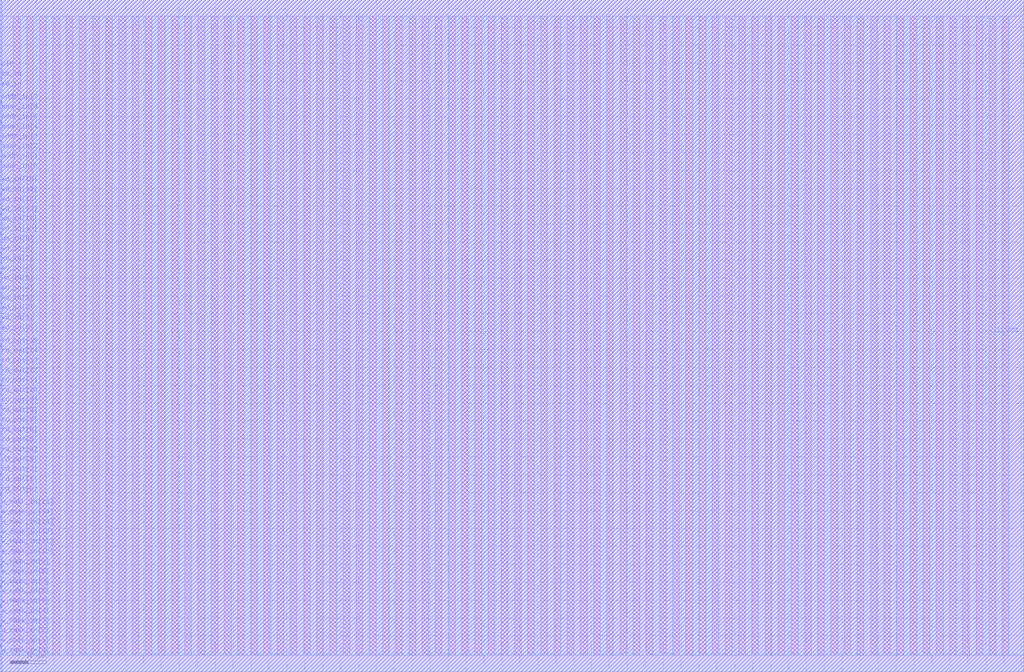
<source format=lef>
VERSION 5.7 ;
BUSBITCHARS "[]" ;
MACRO fakeram130_256x16
  FOREIGN fakeram130_256x16 0 0 ;
  SYMMETRY X Y ;
  SIZE 285.660 BY 187.680 ;
  CLASS BLOCK ;
  PIN w_mask_in[0]
    DIRECTION INPUT ;
    USE SIGNAL ;
    SHAPE ABUTMENT ;
    PORT
      LAYER met3 ;
      RECT 0.000 4.370 0.460 4.830 ;
    END
  END w_mask_in[0]
  PIN w_mask_in[1]
    DIRECTION INPUT ;
    USE SIGNAL ;
    SHAPE ABUTMENT ;
    PORT
      LAYER met3 ;
      RECT 0.000 7.130 0.460 7.590 ;
    END
  END w_mask_in[1]
  PIN w_mask_in[2]
    DIRECTION INPUT ;
    USE SIGNAL ;
    SHAPE ABUTMENT ;
    PORT
      LAYER met3 ;
      RECT 0.000 9.890 0.460 10.350 ;
    END
  END w_mask_in[2]
  PIN w_mask_in[3]
    DIRECTION INPUT ;
    USE SIGNAL ;
    SHAPE ABUTMENT ;
    PORT
      LAYER met3 ;
      RECT 0.000 12.650 0.460 13.110 ;
    END
  END w_mask_in[3]
  PIN w_mask_in[4]
    DIRECTION INPUT ;
    USE SIGNAL ;
    SHAPE ABUTMENT ;
    PORT
      LAYER met3 ;
      RECT 0.000 15.410 0.460 15.870 ;
    END
  END w_mask_in[4]
  PIN w_mask_in[5]
    DIRECTION INPUT ;
    USE SIGNAL ;
    SHAPE ABUTMENT ;
    PORT
      LAYER met3 ;
      RECT 0.000 18.170 0.460 18.630 ;
    END
  END w_mask_in[5]
  PIN w_mask_in[6]
    DIRECTION INPUT ;
    USE SIGNAL ;
    SHAPE ABUTMENT ;
    PORT
      LAYER met3 ;
      RECT 0.000 20.930 0.460 21.390 ;
    END
  END w_mask_in[6]
  PIN w_mask_in[7]
    DIRECTION INPUT ;
    USE SIGNAL ;
    SHAPE ABUTMENT ;
    PORT
      LAYER met3 ;
      RECT 0.000 23.690 0.460 24.150 ;
    END
  END w_mask_in[7]
  PIN w_mask_in[8]
    DIRECTION INPUT ;
    USE SIGNAL ;
    SHAPE ABUTMENT ;
    PORT
      LAYER met3 ;
      RECT 0.000 26.450 0.460 26.910 ;
    END
  END w_mask_in[8]
  PIN w_mask_in[9]
    DIRECTION INPUT ;
    USE SIGNAL ;
    SHAPE ABUTMENT ;
    PORT
      LAYER met3 ;
      RECT 0.000 29.210 0.460 29.670 ;
    END
  END w_mask_in[9]
  PIN w_mask_in[10]
    DIRECTION INPUT ;
    USE SIGNAL ;
    SHAPE ABUTMENT ;
    PORT
      LAYER met3 ;
      RECT 0.000 31.970 0.460 32.430 ;
    END
  END w_mask_in[10]
  PIN w_mask_in[11]
    DIRECTION INPUT ;
    USE SIGNAL ;
    SHAPE ABUTMENT ;
    PORT
      LAYER met3 ;
      RECT 0.000 34.730 0.460 35.190 ;
    END
  END w_mask_in[11]
  PIN w_mask_in[12]
    DIRECTION INPUT ;
    USE SIGNAL ;
    SHAPE ABUTMENT ;
    PORT
      LAYER met3 ;
      RECT 0.000 37.490 0.460 37.950 ;
    END
  END w_mask_in[12]
  PIN w_mask_in[13]
    DIRECTION INPUT ;
    USE SIGNAL ;
    SHAPE ABUTMENT ;
    PORT
      LAYER met3 ;
      RECT 0.000 40.250 0.460 40.710 ;
    END
  END w_mask_in[13]
  PIN w_mask_in[14]
    DIRECTION INPUT ;
    USE SIGNAL ;
    SHAPE ABUTMENT ;
    PORT
      LAYER met3 ;
      RECT 0.000 43.010 0.460 43.470 ;
    END
  END w_mask_in[14]
  PIN w_mask_in[15]
    DIRECTION INPUT ;
    USE SIGNAL ;
    SHAPE ABUTMENT ;
    PORT
      LAYER met3 ;
      RECT 0.000 45.770 0.460 46.230 ;
    END
  END w_mask_in[15]
  PIN rd_out[0]
    DIRECTION OUTPUT ;
    USE SIGNAL ;
    SHAPE ABUTMENT ;
    PORT
      LAYER met3 ;
      RECT 0.000 49.450 0.460 49.910 ;
    END
  END rd_out[0]
  PIN rd_out[1]
    DIRECTION OUTPUT ;
    USE SIGNAL ;
    SHAPE ABUTMENT ;
    PORT
      LAYER met3 ;
      RECT 0.000 52.210 0.460 52.670 ;
    END
  END rd_out[1]
  PIN rd_out[2]
    DIRECTION OUTPUT ;
    USE SIGNAL ;
    SHAPE ABUTMENT ;
    PORT
      LAYER met3 ;
      RECT 0.000 54.970 0.460 55.430 ;
    END
  END rd_out[2]
  PIN rd_out[3]
    DIRECTION OUTPUT ;
    USE SIGNAL ;
    SHAPE ABUTMENT ;
    PORT
      LAYER met3 ;
      RECT 0.000 57.730 0.460 58.190 ;
    END
  END rd_out[3]
  PIN rd_out[4]
    DIRECTION OUTPUT ;
    USE SIGNAL ;
    SHAPE ABUTMENT ;
    PORT
      LAYER met3 ;
      RECT 0.000 60.490 0.460 60.950 ;
    END
  END rd_out[4]
  PIN rd_out[5]
    DIRECTION OUTPUT ;
    USE SIGNAL ;
    SHAPE ABUTMENT ;
    PORT
      LAYER met3 ;
      RECT 0.000 63.250 0.460 63.710 ;
    END
  END rd_out[5]
  PIN rd_out[6]
    DIRECTION OUTPUT ;
    USE SIGNAL ;
    SHAPE ABUTMENT ;
    PORT
      LAYER met3 ;
      RECT 0.000 66.010 0.460 66.470 ;
    END
  END rd_out[6]
  PIN rd_out[7]
    DIRECTION OUTPUT ;
    USE SIGNAL ;
    SHAPE ABUTMENT ;
    PORT
      LAYER met3 ;
      RECT 0.000 68.770 0.460 69.230 ;
    END
  END rd_out[7]
  PIN rd_out[8]
    DIRECTION OUTPUT ;
    USE SIGNAL ;
    SHAPE ABUTMENT ;
    PORT
      LAYER met3 ;
      RECT 0.000 71.530 0.460 71.990 ;
    END
  END rd_out[8]
  PIN rd_out[9]
    DIRECTION OUTPUT ;
    USE SIGNAL ;
    SHAPE ABUTMENT ;
    PORT
      LAYER met3 ;
      RECT 0.000 74.290 0.460 74.750 ;
    END
  END rd_out[9]
  PIN rd_out[10]
    DIRECTION OUTPUT ;
    USE SIGNAL ;
    SHAPE ABUTMENT ;
    PORT
      LAYER met3 ;
      RECT 0.000 77.050 0.460 77.510 ;
    END
  END rd_out[10]
  PIN rd_out[11]
    DIRECTION OUTPUT ;
    USE SIGNAL ;
    SHAPE ABUTMENT ;
    PORT
      LAYER met3 ;
      RECT 0.000 79.810 0.460 80.270 ;
    END
  END rd_out[11]
  PIN rd_out[12]
    DIRECTION OUTPUT ;
    USE SIGNAL ;
    SHAPE ABUTMENT ;
    PORT
      LAYER met3 ;
      RECT 0.000 82.570 0.460 83.030 ;
    END
  END rd_out[12]
  PIN rd_out[13]
    DIRECTION OUTPUT ;
    USE SIGNAL ;
    SHAPE ABUTMENT ;
    PORT
      LAYER met3 ;
      RECT 0.000 85.330 0.460 85.790 ;
    END
  END rd_out[13]
  PIN rd_out[14]
    DIRECTION OUTPUT ;
    USE SIGNAL ;
    SHAPE ABUTMENT ;
    PORT
      LAYER met3 ;
      RECT 0.000 88.090 0.460 88.550 ;
    END
  END rd_out[14]
  PIN rd_out[15]
    DIRECTION OUTPUT ;
    USE SIGNAL ;
    SHAPE ABUTMENT ;
    PORT
      LAYER met3 ;
      RECT 0.000 90.850 0.460 91.310 ;
    END
  END rd_out[15]
  PIN wd_in[0]
    DIRECTION INPUT ;
    USE SIGNAL ;
    SHAPE ABUTMENT ;
    PORT
      LAYER met3 ;
      RECT 0.000 94.530 0.460 94.990 ;
    END
  END wd_in[0]
  PIN wd_in[1]
    DIRECTION INPUT ;
    USE SIGNAL ;
    SHAPE ABUTMENT ;
    PORT
      LAYER met3 ;
      RECT 0.000 97.290 0.460 97.750 ;
    END
  END wd_in[1]
  PIN wd_in[2]
    DIRECTION INPUT ;
    USE SIGNAL ;
    SHAPE ABUTMENT ;
    PORT
      LAYER met3 ;
      RECT 0.000 100.050 0.460 100.510 ;
    END
  END wd_in[2]
  PIN wd_in[3]
    DIRECTION INPUT ;
    USE SIGNAL ;
    SHAPE ABUTMENT ;
    PORT
      LAYER met3 ;
      RECT 0.000 102.810 0.460 103.270 ;
    END
  END wd_in[3]
  PIN wd_in[4]
    DIRECTION INPUT ;
    USE SIGNAL ;
    SHAPE ABUTMENT ;
    PORT
      LAYER met3 ;
      RECT 0.000 105.570 0.460 106.030 ;
    END
  END wd_in[4]
  PIN wd_in[5]
    DIRECTION INPUT ;
    USE SIGNAL ;
    SHAPE ABUTMENT ;
    PORT
      LAYER met3 ;
      RECT 0.000 108.330 0.460 108.790 ;
    END
  END wd_in[5]
  PIN wd_in[6]
    DIRECTION INPUT ;
    USE SIGNAL ;
    SHAPE ABUTMENT ;
    PORT
      LAYER met3 ;
      RECT 0.000 111.090 0.460 111.550 ;
    END
  END wd_in[6]
  PIN wd_in[7]
    DIRECTION INPUT ;
    USE SIGNAL ;
    SHAPE ABUTMENT ;
    PORT
      LAYER met3 ;
      RECT 0.000 113.850 0.460 114.310 ;
    END
  END wd_in[7]
  PIN wd_in[8]
    DIRECTION INPUT ;
    USE SIGNAL ;
    SHAPE ABUTMENT ;
    PORT
      LAYER met3 ;
      RECT 0.000 116.610 0.460 117.070 ;
    END
  END wd_in[8]
  PIN wd_in[9]
    DIRECTION INPUT ;
    USE SIGNAL ;
    SHAPE ABUTMENT ;
    PORT
      LAYER met3 ;
      RECT 0.000 119.370 0.460 119.830 ;
    END
  END wd_in[9]
  PIN wd_in[10]
    DIRECTION INPUT ;
    USE SIGNAL ;
    SHAPE ABUTMENT ;
    PORT
      LAYER met3 ;
      RECT 0.000 122.130 0.460 122.590 ;
    END
  END wd_in[10]
  PIN wd_in[11]
    DIRECTION INPUT ;
    USE SIGNAL ;
    SHAPE ABUTMENT ;
    PORT
      LAYER met3 ;
      RECT 0.000 124.890 0.460 125.350 ;
    END
  END wd_in[11]
  PIN wd_in[12]
    DIRECTION INPUT ;
    USE SIGNAL ;
    SHAPE ABUTMENT ;
    PORT
      LAYER met3 ;
      RECT 0.000 127.650 0.460 128.110 ;
    END
  END wd_in[12]
  PIN wd_in[13]
    DIRECTION INPUT ;
    USE SIGNAL ;
    SHAPE ABUTMENT ;
    PORT
      LAYER met3 ;
      RECT 0.000 130.410 0.460 130.870 ;
    END
  END wd_in[13]
  PIN wd_in[14]
    DIRECTION INPUT ;
    USE SIGNAL ;
    SHAPE ABUTMENT ;
    PORT
      LAYER met3 ;
      RECT 0.000 133.170 0.460 133.630 ;
    END
  END wd_in[14]
  PIN wd_in[15]
    DIRECTION INPUT ;
    USE SIGNAL ;
    SHAPE ABUTMENT ;
    PORT
      LAYER met3 ;
      RECT 0.000 135.930 0.460 136.390 ;
    END
  END wd_in[15]
  PIN addr_in[0]
    DIRECTION INPUT ;
    USE SIGNAL ;
    SHAPE ABUTMENT ;
    PORT
      LAYER met3 ;
      RECT 0.000 139.610 0.460 140.070 ;
    END
  END addr_in[0]
  PIN addr_in[1]
    DIRECTION INPUT ;
    USE SIGNAL ;
    SHAPE ABUTMENT ;
    PORT
      LAYER met3 ;
      RECT 0.000 142.370 0.460 142.830 ;
    END
  END addr_in[1]
  PIN addr_in[2]
    DIRECTION INPUT ;
    USE SIGNAL ;
    SHAPE ABUTMENT ;
    PORT
      LAYER met3 ;
      RECT 0.000 145.130 0.460 145.590 ;
    END
  END addr_in[2]
  PIN addr_in[3]
    DIRECTION INPUT ;
    USE SIGNAL ;
    SHAPE ABUTMENT ;
    PORT
      LAYER met3 ;
      RECT 0.000 147.890 0.460 148.350 ;
    END
  END addr_in[3]
  PIN addr_in[4]
    DIRECTION INPUT ;
    USE SIGNAL ;
    SHAPE ABUTMENT ;
    PORT
      LAYER met3 ;
      RECT 0.000 150.650 0.460 151.110 ;
    END
  END addr_in[4]
  PIN addr_in[5]
    DIRECTION INPUT ;
    USE SIGNAL ;
    SHAPE ABUTMENT ;
    PORT
      LAYER met3 ;
      RECT 0.000 153.410 0.460 153.870 ;
    END
  END addr_in[5]
  PIN addr_in[6]
    DIRECTION INPUT ;
    USE SIGNAL ;
    SHAPE ABUTMENT ;
    PORT
      LAYER met3 ;
      RECT 0.000 156.170 0.460 156.630 ;
    END
  END addr_in[6]
  PIN addr_in[7]
    DIRECTION INPUT ;
    USE SIGNAL ;
    SHAPE ABUTMENT ;
    PORT
      LAYER met3 ;
      RECT 0.000 158.930 0.460 159.390 ;
    END
  END addr_in[7]
  PIN we_in
    DIRECTION INPUT ;
    USE SIGNAL ;
    SHAPE ABUTMENT ;
    PORT
      LAYER met3 ;
      RECT 0.000 162.610 0.460 163.070 ;
    END
  END we_in
  PIN ce_in
    DIRECTION INPUT ;
    USE SIGNAL ;
    SHAPE ABUTMENT ;
    PORT
      LAYER met3 ;
      RECT 0.000 165.370 0.460 165.830 ;
    END
  END ce_in
  PIN clk
    DIRECTION INPUT ;
    USE SIGNAL ;
    SHAPE ABUTMENT ;
    PORT
      LAYER met3 ;
      RECT 0.000 168.130 0.460 168.590 ;
    END
  END clk
  PIN VSS
    DIRECTION INOUT ;
    USE GROUND ;
    PORT
      LAYER met4 ;
      RECT 3.680 4.600 5.520 183.080 ;
      RECT 11.040 4.600 12.880 183.080 ;
      RECT 18.400 4.600 20.240 183.080 ;
      RECT 25.760 4.600 27.600 183.080 ;
      RECT 33.120 4.600 34.960 183.080 ;
      RECT 40.480 4.600 42.320 183.080 ;
      RECT 47.840 4.600 49.680 183.080 ;
      RECT 55.200 4.600 57.040 183.080 ;
      RECT 62.560 4.600 64.400 183.080 ;
      RECT 69.920 4.600 71.760 183.080 ;
      RECT 77.280 4.600 79.120 183.080 ;
      RECT 84.640 4.600 86.480 183.080 ;
      RECT 92.000 4.600 93.840 183.080 ;
      RECT 99.360 4.600 101.200 183.080 ;
      RECT 106.720 4.600 108.560 183.080 ;
      RECT 114.080 4.600 115.920 183.080 ;
      RECT 121.440 4.600 123.280 183.080 ;
      RECT 128.800 4.600 130.640 183.080 ;
      RECT 136.160 4.600 138.000 183.080 ;
      RECT 143.520 4.600 145.360 183.080 ;
      RECT 150.880 4.600 152.720 183.080 ;
      RECT 158.240 4.600 160.080 183.080 ;
      RECT 165.600 4.600 167.440 183.080 ;
      RECT 172.960 4.600 174.800 183.080 ;
      RECT 180.320 4.600 182.160 183.080 ;
      RECT 187.680 4.600 189.520 183.080 ;
      RECT 195.040 4.600 196.880 183.080 ;
      RECT 202.400 4.600 204.240 183.080 ;
      RECT 209.760 4.600 211.600 183.080 ;
      RECT 217.120 4.600 218.960 183.080 ;
      RECT 224.480 4.600 226.320 183.080 ;
      RECT 231.840 4.600 233.680 183.080 ;
      RECT 239.200 4.600 241.040 183.080 ;
      RECT 246.560 4.600 248.400 183.080 ;
      RECT 253.920 4.600 255.760 183.080 ;
      RECT 261.280 4.600 263.120 183.080 ;
      RECT 268.640 4.600 270.480 183.080 ;
      RECT 276.000 4.600 277.840 183.080 ;
    END
  END VSS
  PIN VDD
    DIRECTION INOUT ;
    USE POWER ;
    PORT
      LAYER met4 ;
      RECT 7.360 4.600 9.200 183.080 ;
      RECT 14.720 4.600 16.560 183.080 ;
      RECT 22.080 4.600 23.920 183.080 ;
      RECT 29.440 4.600 31.280 183.080 ;
      RECT 36.800 4.600 38.640 183.080 ;
      RECT 44.160 4.600 46.000 183.080 ;
      RECT 51.520 4.600 53.360 183.080 ;
      RECT 58.880 4.600 60.720 183.080 ;
      RECT 66.240 4.600 68.080 183.080 ;
      RECT 73.600 4.600 75.440 183.080 ;
      RECT 80.960 4.600 82.800 183.080 ;
      RECT 88.320 4.600 90.160 183.080 ;
      RECT 95.680 4.600 97.520 183.080 ;
      RECT 103.040 4.600 104.880 183.080 ;
      RECT 110.400 4.600 112.240 183.080 ;
      RECT 117.760 4.600 119.600 183.080 ;
      RECT 125.120 4.600 126.960 183.080 ;
      RECT 132.480 4.600 134.320 183.080 ;
      RECT 139.840 4.600 141.680 183.080 ;
      RECT 147.200 4.600 149.040 183.080 ;
      RECT 154.560 4.600 156.400 183.080 ;
      RECT 161.920 4.600 163.760 183.080 ;
      RECT 169.280 4.600 171.120 183.080 ;
      RECT 176.640 4.600 178.480 183.080 ;
      RECT 184.000 4.600 185.840 183.080 ;
      RECT 191.360 4.600 193.200 183.080 ;
      RECT 198.720 4.600 200.560 183.080 ;
      RECT 206.080 4.600 207.920 183.080 ;
      RECT 213.440 4.600 215.280 183.080 ;
      RECT 220.800 4.600 222.640 183.080 ;
      RECT 228.160 4.600 230.000 183.080 ;
      RECT 235.520 4.600 237.360 183.080 ;
      RECT 242.880 4.600 244.720 183.080 ;
      RECT 250.240 4.600 252.080 183.080 ;
      RECT 257.600 4.600 259.440 183.080 ;
      RECT 264.960 4.600 266.800 183.080 ;
      RECT 272.320 4.600 274.160 183.080 ;
      RECT 279.680 4.600 281.520 183.080 ;
    END
  END VDD
  OBS
    LAYER met1 ;
    RECT 0 0 285.660 187.680 ;
    LAYER met2 ;
    RECT 0 0 285.660 187.680 ;
    LAYER met3 ;
    RECT 0.460 0 285.660 187.680 ;
    RECT 0 0.000 0.460 4.370 ;
    RECT 0 4.830 0.460 7.130 ;
    RECT 0 7.590 0.460 9.890 ;
    RECT 0 10.350 0.460 12.650 ;
    RECT 0 13.110 0.460 15.410 ;
    RECT 0 15.870 0.460 18.170 ;
    RECT 0 18.630 0.460 20.930 ;
    RECT 0 21.390 0.460 23.690 ;
    RECT 0 24.150 0.460 26.450 ;
    RECT 0 26.910 0.460 29.210 ;
    RECT 0 29.670 0.460 31.970 ;
    RECT 0 32.430 0.460 34.730 ;
    RECT 0 35.190 0.460 37.490 ;
    RECT 0 37.950 0.460 40.250 ;
    RECT 0 40.710 0.460 43.010 ;
    RECT 0 43.470 0.460 45.770 ;
    RECT 0 46.230 0.460 49.450 ;
    RECT 0 49.910 0.460 52.210 ;
    RECT 0 52.670 0.460 54.970 ;
    RECT 0 55.430 0.460 57.730 ;
    RECT 0 58.190 0.460 60.490 ;
    RECT 0 60.950 0.460 63.250 ;
    RECT 0 63.710 0.460 66.010 ;
    RECT 0 66.470 0.460 68.770 ;
    RECT 0 69.230 0.460 71.530 ;
    RECT 0 71.990 0.460 74.290 ;
    RECT 0 74.750 0.460 77.050 ;
    RECT 0 77.510 0.460 79.810 ;
    RECT 0 80.270 0.460 82.570 ;
    RECT 0 83.030 0.460 85.330 ;
    RECT 0 85.790 0.460 88.090 ;
    RECT 0 88.550 0.460 90.850 ;
    RECT 0 91.310 0.460 94.530 ;
    RECT 0 94.990 0.460 97.290 ;
    RECT 0 97.750 0.460 100.050 ;
    RECT 0 100.510 0.460 102.810 ;
    RECT 0 103.270 0.460 105.570 ;
    RECT 0 106.030 0.460 108.330 ;
    RECT 0 108.790 0.460 111.090 ;
    RECT 0 111.550 0.460 113.850 ;
    RECT 0 114.310 0.460 116.610 ;
    RECT 0 117.070 0.460 119.370 ;
    RECT 0 119.830 0.460 122.130 ;
    RECT 0 122.590 0.460 124.890 ;
    RECT 0 125.350 0.460 127.650 ;
    RECT 0 128.110 0.460 130.410 ;
    RECT 0 130.870 0.460 133.170 ;
    RECT 0 133.630 0.460 135.930 ;
    RECT 0 136.390 0.460 139.610 ;
    RECT 0 140.070 0.460 142.370 ;
    RECT 0 142.830 0.460 145.130 ;
    RECT 0 145.590 0.460 147.890 ;
    RECT 0 148.350 0.460 150.650 ;
    RECT 0 151.110 0.460 153.410 ;
    RECT 0 153.870 0.460 156.170 ;
    RECT 0 156.630 0.460 158.930 ;
    RECT 0 159.390 0.460 162.610 ;
    RECT 0 163.070 0.460 165.370 ;
    RECT 0 165.830 0.460 168.130 ;
    RECT 0 168.590 0.460 187.680 ;
    LAYER met4 ;
    RECT 0 0 285.660 4.600 ;
    RECT 0 183.080 285.660 187.680 ;
    RECT 0.000 4.600 3.680 183.080 ;
    RECT 5.520 4.600 7.360 183.080 ;
    RECT 9.200 4.600 11.040 183.080 ;
    RECT 12.880 4.600 14.720 183.080 ;
    RECT 16.560 4.600 18.400 183.080 ;
    RECT 20.240 4.600 22.080 183.080 ;
    RECT 23.920 4.600 25.760 183.080 ;
    RECT 27.600 4.600 29.440 183.080 ;
    RECT 31.280 4.600 33.120 183.080 ;
    RECT 34.960 4.600 36.800 183.080 ;
    RECT 38.640 4.600 40.480 183.080 ;
    RECT 42.320 4.600 44.160 183.080 ;
    RECT 46.000 4.600 47.840 183.080 ;
    RECT 49.680 4.600 51.520 183.080 ;
    RECT 53.360 4.600 55.200 183.080 ;
    RECT 57.040 4.600 58.880 183.080 ;
    RECT 60.720 4.600 62.560 183.080 ;
    RECT 64.400 4.600 66.240 183.080 ;
    RECT 68.080 4.600 69.920 183.080 ;
    RECT 71.760 4.600 73.600 183.080 ;
    RECT 75.440 4.600 77.280 183.080 ;
    RECT 79.120 4.600 80.960 183.080 ;
    RECT 82.800 4.600 84.640 183.080 ;
    RECT 86.480 4.600 88.320 183.080 ;
    RECT 90.160 4.600 92.000 183.080 ;
    RECT 93.840 4.600 95.680 183.080 ;
    RECT 97.520 4.600 99.360 183.080 ;
    RECT 101.200 4.600 103.040 183.080 ;
    RECT 104.880 4.600 106.720 183.080 ;
    RECT 108.560 4.600 110.400 183.080 ;
    RECT 112.240 4.600 114.080 183.080 ;
    RECT 115.920 4.600 117.760 183.080 ;
    RECT 119.600 4.600 121.440 183.080 ;
    RECT 123.280 4.600 125.120 183.080 ;
    RECT 126.960 4.600 128.800 183.080 ;
    RECT 130.640 4.600 132.480 183.080 ;
    RECT 134.320 4.600 136.160 183.080 ;
    RECT 138.000 4.600 139.840 183.080 ;
    RECT 141.680 4.600 143.520 183.080 ;
    RECT 145.360 4.600 147.200 183.080 ;
    RECT 149.040 4.600 150.880 183.080 ;
    RECT 152.720 4.600 154.560 183.080 ;
    RECT 156.400 4.600 158.240 183.080 ;
    RECT 160.080 4.600 161.920 183.080 ;
    RECT 163.760 4.600 165.600 183.080 ;
    RECT 167.440 4.600 169.280 183.080 ;
    RECT 171.120 4.600 172.960 183.080 ;
    RECT 174.800 4.600 176.640 183.080 ;
    RECT 178.480 4.600 180.320 183.080 ;
    RECT 182.160 4.600 184.000 183.080 ;
    RECT 185.840 4.600 187.680 183.080 ;
    RECT 189.520 4.600 191.360 183.080 ;
    RECT 193.200 4.600 195.040 183.080 ;
    RECT 196.880 4.600 198.720 183.080 ;
    RECT 200.560 4.600 202.400 183.080 ;
    RECT 204.240 4.600 206.080 183.080 ;
    RECT 207.920 4.600 209.760 183.080 ;
    RECT 211.600 4.600 213.440 183.080 ;
    RECT 215.280 4.600 217.120 183.080 ;
    RECT 218.960 4.600 220.800 183.080 ;
    RECT 222.640 4.600 224.480 183.080 ;
    RECT 226.320 4.600 228.160 183.080 ;
    RECT 230.000 4.600 231.840 183.080 ;
    RECT 233.680 4.600 235.520 183.080 ;
    RECT 237.360 4.600 239.200 183.080 ;
    RECT 241.040 4.600 242.880 183.080 ;
    RECT 244.720 4.600 246.560 183.080 ;
    RECT 248.400 4.600 250.240 183.080 ;
    RECT 252.080 4.600 253.920 183.080 ;
    RECT 255.760 4.600 257.600 183.080 ;
    RECT 259.440 4.600 261.280 183.080 ;
    RECT 263.120 4.600 264.960 183.080 ;
    RECT 266.800 4.600 268.640 183.080 ;
    RECT 270.480 4.600 272.320 183.080 ;
    RECT 274.160 4.600 276.000 183.080 ;
    RECT 277.840 4.600 279.680 183.080 ;
    RECT 281.520 4.600 285.660 183.080 ;
  END
END fakeram130_256x16

END LIBRARY

</source>
